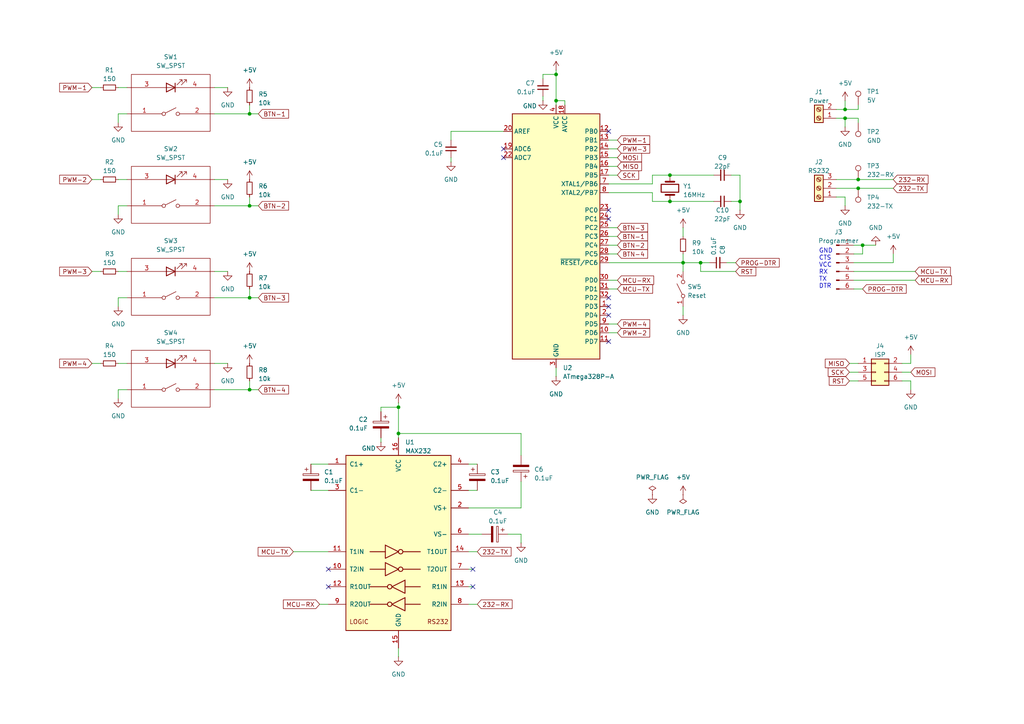
<source format=kicad_sch>
(kicad_sch (version 20231120) (generator "eeschema") (generator_version "8.0")
  (paper "A4")
  (title_block (title "TávirányítóSCH") (date "2023-10-18") (rev "2.2") (company "Schönherz Elektronikai Műhely") (comment 1 "Fábián Bence"))
  (lib_symbols
    (symbol "+5V_1" (power) (pin_numbers hide) (pin_names (offset 0) hide)
      (property "Value" "+5V" (at 0 3.556 0))
      (symbol "+5V_1_0_1"
        (polyline (pts (xy -0.762 1.27) (xy 0 2.54)))
        (polyline (pts (xy 0 0) (xy 0 2.54)))
        (polyline (pts (xy 0 2.54) (xy 0.762 1.27)))
      )
      (symbol "+5V_1_1_1"
        (pin power_in line (at 0 0 90) (length 0) (name "~") (number "1"))
      )
    )
    (symbol "Connector:Conn_01x06_Pin" (pin_names (offset 1.016) hide)
      (property "Reference" "J" (at 0 7.62 0))
      (property "Value" "Conn_01x06_Pin" (at 0 -10.16 0))
      (symbol "Conn_01x06_Pin_1_1"
        (polyline (pts (xy 1.27 -7.62) (xy 0.8636 -7.62)) (stroke (width 0.1524)))
        (polyline (pts (xy 1.27 -5.08) (xy 0.8636 -5.08)) (stroke (width 0.1524)))
        (polyline (pts (xy 1.27 -2.54) (xy 0.8636 -2.54)) (stroke (width 0.1524)))
        (polyline (pts (xy 1.27 0) (xy 0.8636 0)) (stroke (width 0.1524)))
        (polyline (pts (xy 1.27 2.54) (xy 0.8636 2.54)) (stroke (width 0.1524)))
        (polyline (pts (xy 1.27 5.08) (xy 0.8636 5.08)) (stroke (width 0.1524)))
        (rectangle (start 0.8636 -7.493) (end 0 -7.747) (stroke (width 0.1524)) (fill (type outline)))
        (rectangle (start 0.8636 -4.953) (end 0 -5.207) (stroke (width 0.1524)) (fill (type outline)))
        (rectangle (start 0.8636 -2.413) (end 0 -2.667) (stroke (width 0.1524)) (fill (type outline)))
        (rectangle (start 0.8636 0.127) (end 0 -0.127) (stroke (width 0.1524)) (fill (type outline)))
        (rectangle (start 0.8636 2.667) (end 0 2.413) (stroke (width 0.1524)) (fill (type outline)))
        (rectangle (start 0.8636 5.207) (end 0 4.953) (stroke (width 0.1524)) (fill (type outline)))
        (pin passive line (at 5.08 5.08 180) (length 3.81) (name "Pin_1") (number "1"))
        (pin passive line (at 5.08 2.54 180) (length 3.81) (name "Pin_2") (number "2"))
        (pin passive line (at 5.08 0 180) (length 3.81) (name "Pin_3") (number "3"))
        (pin passive line (at 5.08 -2.54 180) (length 3.81) (name "Pin_4") (number "4"))
        (pin passive line (at 5.08 -5.08 180) (length 3.81) (name "Pin_5") (number "5"))
        (pin passive line (at 5.08 -7.62 180) (length 3.81) (name "Pin_6") (number "6"))
      )
    )
    (symbol "Connector:Screw_Terminal_01x02" (pin_names (offset 1.016) hide)
      (property "Reference" "J" (at 0 2.54 0))
      (property "Value" "Screw_Terminal_01x02" (at 0 -5.08 0))
      (symbol "Screw_Terminal_01x02_1_1"
        (rectangle (start -1.27 1.27) (end 1.27 -3.81) (stroke (width 0.254)) (fill (type background)))
        (circle (center 0 -2.54) (radius 0.635) (stroke (width 0.1524)))
        (polyline (pts (xy -0.5334 -2.2098) (xy 0.3302 -3.048)) (stroke (width 0.1524)))
        (polyline (pts (xy -0.5334 0.3302) (xy 0.3302 -0.508)) (stroke (width 0.1524)))
        (polyline (pts (xy -0.3556 -2.032) (xy 0.508 -2.8702)) (stroke (width 0.1524)))
        (polyline (pts (xy -0.3556 0.508) (xy 0.508 -0.3302)) (stroke (width 0.1524)))
        (circle (center 0 0) (radius 0.635) (stroke (width 0.1524)))
        (pin passive line (at -5.08 0 0) (length 3.81) (name "Pin_1") (number "1"))
        (pin passive line (at -5.08 -2.54 0) (length 3.81) (name "Pin_2") (number "2"))
      )
    )
    (symbol "Connector:Screw_Terminal_01x03" (pin_names (offset 1.016) hide)
      (property "Reference" "J" (at 0 5.08 0))
      (property "Value" "Screw_Terminal_01x03" (at 0 -5.08 0))
      (symbol "Screw_Terminal_01x03_1_1"
        (rectangle (start -1.27 3.81) (end 1.27 -3.81) (stroke (width 0.254)) (fill (type background)))
        (circle (center 0 -2.54) (radius 0.635) (stroke (width 0.1524)))
        (polyline (pts (xy -0.5334 -2.2098) (xy 0.3302 -3.048)) (stroke (width 0.1524)))
        (polyline (pts (xy -0.5334 0.3302) (xy 0.3302 -0.508)) (stroke (width 0.1524)))
        (polyline (pts (xy -0.5334 2.8702) (xy 0.3302 2.032)) (stroke (width 0.1524)))
        (polyline (pts (xy -0.3556 -2.032) (xy 0.508 -2.8702)) (stroke (width 0.1524)))
        (polyline (pts (xy -0.3556 0.508) (xy 0.508 -0.3302)) (stroke (width 0.1524)))
        (polyline (pts (xy -0.3556 3.048) (xy 0.508 2.2098)) (stroke (width 0.1524)))
        (circle (center 0 0) (radius 0.635) (stroke (width 0.1524)))
        (circle (center 0 2.54) (radius 0.635) (stroke (width 0.1524)))
        (pin passive line (at -5.08 2.54 0) (length 3.81) (name "Pin_1") (number "1"))
        (pin passive line (at -5.08 0 0) (length 3.81) (name "Pin_2") (number "2"))
        (pin passive line (at -5.08 -2.54 0) (length 3.81) (name "Pin_3") (number "3"))
      )
    )
    (symbol "Connector:TestPoint" (pin_numbers hide) (pin_names (offset 0.762) hide)
      (property "Reference" "TP" (at 0 6.858 0))
      (property "Value" "TestPoint" (at 0 5.08 0))
      (symbol "TestPoint_0_1"
        (circle (center 0 3.302) (radius 0.762))
      )
      (symbol "TestPoint_1_1"
        (pin passive line (at 0 0 90) (length 2.54) (name "1") (number "1"))
      )
    )
    (symbol "Connector_Generic:Conn_02x03_Odd_Even" (pin_names (offset 1.016) hide)
      (property "Reference" "J" (at 1.27 5.08 0))
      (property "Value" "Conn_02x03_Odd_Even" (at 1.27 -5.08 0))
      (symbol "Conn_02x03_Odd_Even_1_1"
        (rectangle (start -1.27 -2.413) (end 0 -2.667) (stroke (width 0.1524)))
        (rectangle (start -1.27 0.127) (end 0 -0.127) (stroke (width 0.1524)))
        (rectangle (start -1.27 2.667) (end 0 2.413) (stroke (width 0.1524)))
        (rectangle (start -1.27 3.81) (end 3.81 -3.81) (stroke (width 0.254)) (fill (type background)))
        (rectangle (start 3.81 -2.413) (end 2.54 -2.667) (stroke (width 0.1524)))
        (rectangle (start 3.81 0.127) (end 2.54 -0.127) (stroke (width 0.1524)))
        (rectangle (start 3.81 2.667) (end 2.54 2.413) (stroke (width 0.1524)))
        (pin passive line (at -5.08 2.54 0) (length 3.81) (name "Pin_1") (number "1"))
        (pin passive line (at 7.62 2.54 180) (length 3.81) (name "Pin_2") (number "2"))
        (pin passive line (at -5.08 0 0) (length 3.81) (name "Pin_3") (number "3"))
        (pin passive line (at 7.62 0 180) (length 3.81) (name "Pin_4") (number "4"))
        (pin passive line (at -5.08 -2.54 0) (length 3.81) (name "Pin_5") (number "5"))
        (pin passive line (at 7.62 -2.54 180) (length 3.81) (name "Pin_6") (number "6"))
      )
    )
    (symbol "Device:C_Polarized" (pin_numbers hide) (pin_names (offset 0.254))
      (property "Reference" "C" (at 0.635 2.54 0))
      (property "Value" "C_Polarized" (at 0.635 -2.54 0))
      (symbol "C_Polarized_0_1"
        (rectangle (start -2.286 0.508) (end 2.286 1.016))
        (polyline (pts (xy -1.778 2.286) (xy -0.762 2.286)))
        (polyline (pts (xy -1.27 2.794) (xy -1.27 1.778)))
        (rectangle (start 2.286 -0.508) (end -2.286 -1.016) (fill (type outline)))
      )
      (symbol "C_Polarized_1_1"
        (pin passive line (at 0 3.81 270) (length 2.794) (name "~") (number "1"))
        (pin passive line (at 0 -3.81 90) (length 2.794) (name "~") (number "2"))
      )
    )
    (symbol "Device:C_Small" (pin_numbers hide) (pin_names (offset 0.254) hide)
      (property "Reference" "C" (at 0.254 1.778 0))
      (property "Value" "C_Small" (at 0.254 -2.032 0))
      (symbol "C_Small_0_1"
        (polyline (pts (xy -1.524 -0.508) (xy 1.524 -0.508)) (stroke (width 0.3302)))
        (polyline (pts (xy -1.524 0.508) (xy 1.524 0.508)) (stroke (width 0.3048)))
      )
      (symbol "C_Small_1_1"
        (pin passive line (at 0 2.54 270) (length 2.032) (name "~") (number "1"))
        (pin passive line (at 0 -2.54 90) (length 2.032) (name "~") (number "2"))
      )
    )
    (symbol "Device:Crystal" (pin_numbers hide) (pin_names (offset 1.016) hide)
      (property "Reference" "Y" (at 0 3.81 0))
      (property "Value" "Crystal" (at 0 -3.81 0))
      (symbol "Crystal_0_1"
        (rectangle (start -1.143 2.54) (end 1.143 -2.54) (stroke (width 0.3048)))
        (polyline (pts (xy -2.54 0) (xy -1.905 0)))
        (polyline (pts (xy -1.905 -1.27) (xy -1.905 1.27)) (stroke (width 0.508)))
        (polyline (pts (xy 1.905 -1.27) (xy 1.905 1.27)) (stroke (width 0.508)))
        (polyline (pts (xy 2.54 0) (xy 1.905 0)))
      )
      (symbol "Crystal_1_1"
        (pin passive line (at -3.81 0 0) (length 1.27) (name "1") (number "1"))
        (pin passive line (at 3.81 0 180) (length 1.27) (name "2") (number "2"))
      )
    )
    (symbol "Device:R_Small" (pin_numbers hide) (pin_names (offset 0.254) hide)
      (property "Reference" "R" (at 0.762 0.508 0))
      (property "Value" "R_Small" (at 0.762 -1.016 0))
      (symbol "R_Small_0_1"
        (rectangle (start -0.762 1.778) (end 0.762 -1.778) (stroke (width 0.2032)))
      )
      (symbol "R_Small_1_1"
        (pin passive line (at 0 2.54 270) (length 0.762) (name "~") (number "1"))
        (pin passive line (at 0 -2.54 90) (length 0.762) (name "~") (number "2"))
      )
    )
    (symbol "GND_1" (power) (pin_numbers hide) (pin_names (offset 0) hide)
      (property "Value" "GND" (at 0 -3.81 0))
      (symbol "GND_1_0_1"
        (polyline (pts (xy 0 0) (xy 0 -1.27) (xy 1.27 -1.27) (xy 0 -2.54) (xy -1.27 -1.27) (xy 0 -1.27)))
      )
      (symbol "GND_1_1_1"
        (pin power_in line (at 0 0 270) (length 0) (name "~") (number "1"))
      )
    )
    (symbol "Interface_UART:MAX232" (pin_names (offset 1.016))
      (property "Reference" "U" (at -2.54 28.575 0))
      (property "Value" "MAX232" (at -2.54 26.67 0))
      (symbol "MAX232_0_0"
        (text "LOGIC" (at -11.43 -22.86 0) (effects (font (size 1.27 1.27))))
        (text "RS232" (at 11.43 -22.86 0) (effects (font (size 1.27 1.27))))
      )
      (symbol "MAX232_0_1"
        (rectangle (start -15.24 -25.4) (end 15.24 25.4) (stroke (width 0.254)) (fill (type background)))
        (circle (center -2.54 -17.78) (radius 0.635) (stroke (width 0.254)))
        (circle (center -2.54 -12.7) (radius 0.635) (stroke (width 0.254)))
        (polyline (pts (xy -3.81 -7.62) (xy -8.255 -7.62)) (stroke (width 0.254)))
        (polyline (pts (xy -3.81 -2.54) (xy -8.255 -2.54)) (stroke (width 0.254)))
        (polyline (pts (xy -3.175 -17.78) (xy -8.255 -17.78)) (stroke (width 0.254)))
        (polyline (pts (xy -3.175 -12.7) (xy -8.255 -12.7)) (stroke (width 0.254)))
        (polyline (pts (xy 1.27 -7.62) (xy 6.35 -7.62)) (stroke (width 0.254)))
        (polyline (pts (xy 1.27 -2.54) (xy 6.35 -2.54)) (stroke (width 0.254)))
        (polyline (pts (xy 1.905 -17.78) (xy 6.35 -17.78)) (stroke (width 0.254)))
        (polyline (pts (xy 1.905 -12.7) (xy 6.35 -12.7)) (stroke (width 0.254)))
        (polyline (pts (xy -3.81 -5.715) (xy -3.81 -9.525) (xy 0 -7.62) (xy -3.81 -5.715)) (stroke (width 0.254)))
        (polyline (pts (xy -3.81 -0.635) (xy -3.81 -4.445) (xy 0 -2.54) (xy -3.81 -0.635)) (stroke (width 0.254)))
        (polyline (pts (xy 1.905 -15.875) (xy 1.905 -19.685) (xy -1.905 -17.78) (xy 1.905 -15.875)) (stroke (width 0.254)))
        (polyline (pts (xy 1.905 -10.795) (xy 1.905 -14.605) (xy -1.905 -12.7) (xy 1.905 -10.795)) (stroke (width 0.254)))
        (circle (center 0.635 -7.62) (radius 0.635) (stroke (width 0.254)))
        (circle (center 0.635 -2.54) (radius 0.635) (stroke (width 0.254)))
      )
      (symbol "MAX232_1_1"
        (pin passive line (at -20.32 22.86 0) (length 5.08) (name "C1+") (number "1"))
        (pin input line (at -20.32 -7.62 0) (length 5.08) (name "T2IN") (number "10"))
        (pin input line (at -20.32 -2.54 0) (length 5.08) (name "T1IN") (number "11"))
        (pin output line (at -20.32 -12.7 0) (length 5.08) (name "R1OUT") (number "12"))
        (pin input line (at 20.32 -12.7 180) (length 5.08) (name "R1IN") (number "13"))
        (pin output line (at 20.32 -2.54 180) (length 5.08) (name "T1OUT") (number "14"))
        (pin power_in line (at 0 -30.48 90) (length 5.08) (name "GND") (number "15"))
        (pin power_in line (at 0 30.48 270) (length 5.08) (name "VCC") (number "16"))
        (pin power_out line (at 20.32 10.16 180) (length 5.08) (name "VS+") (number "2"))
        (pin passive line (at -20.32 15.24 0) (length 5.08) (name "C1-") (number "3"))
        (pin passive line (at 20.32 22.86 180) (length 5.08) (name "C2+") (number "4"))
        (pin passive line (at 20.32 15.24 180) (length 5.08) (name "C2-") (number "5"))
        (pin power_out line (at 20.32 2.54 180) (length 5.08) (name "VS-") (number "6"))
        (pin output line (at 20.32 -7.62 180) (length 5.08) (name "T2OUT") (number "7"))
        (pin input line (at 20.32 -17.78 180) (length 5.08) (name "R2IN") (number "8"))
        (pin output line (at -20.32 -17.78 0) (length 5.08) (name "R2OUT") (number "9"))
      )
    )
    (symbol "MCU_Microchip_ATmega:ATmega328P-A"
      (property "Reference" "U" (at -12.7 36.83 0))
      (property "Value" "ATmega328P-A" (at 2.54 -36.83 0))
      (symbol "ATmega328P-A_0_1"
        (rectangle (start -12.7 -35.56) (end 12.7 35.56) (stroke (width 0.254)) (fill (type background)))
      )
      (symbol "ATmega328P-A_1_1"
        (pin bidirectional line (at 15.24 -20.32 180) (length 2.54) (name "PD3") (number "1"))
        (pin bidirectional line (at 15.24 -27.94 180) (length 2.54) (name "PD6") (number "10"))
        (pin bidirectional line (at 15.24 -30.48 180) (length 2.54) (name "PD7") (number "11"))
        (pin bidirectional line (at 15.24 30.48 180) (length 2.54) (name "PB0") (number "12"))
        (pin bidirectional line (at 15.24 27.94 180) (length 2.54) (name "PB1") (number "13"))
        (pin bidirectional line (at 15.24 25.4 180) (length 2.54) (name "PB2") (number "14"))
        (pin bidirectional line (at 15.24 22.86 180) (length 2.54) (name "PB3") (number "15"))
        (pin bidirectional line (at 15.24 20.32 180) (length 2.54) (name "PB4") (number "16"))
        (pin bidirectional line (at 15.24 17.78 180) (length 2.54) (name "PB5") (number "17"))
        (pin power_in line (at 2.54 38.1 270) (length 2.54) (name "AVCC") (number "18"))
        (pin input line (at -15.24 25.4 0) (length 2.54) (name "ADC6") (number "19"))
        (pin bidirectional line (at 15.24 -22.86 180) (length 2.54) (name "PD4") (number "2"))
        (pin passive line (at -15.24 30.48 0) (length 2.54) (name "AREF") (number "20"))
        (pin passive line (at 0 -38.1 90) (length 2.54) hide (name "GND") (number "21"))
        (pin input line (at -15.24 22.86 0) (length 2.54) (name "ADC7") (number "22"))
        (pin bidirectional line (at 15.24 7.62 180) (length 2.54) (name "PC0") (number "23"))
        (pin bidirectional line (at 15.24 5.08 180) (length 2.54) (name "PC1") (number "24"))
        (pin bidirectional line (at 15.24 2.54 180) (length 2.54) (name "PC2") (number "25"))
        (pin bidirectional line (at 15.24 0 180) (length 2.54) (name "PC3") (number "26"))
        (pin bidirectional line (at 15.24 -2.54 180) (length 2.54) (name "PC4") (number "27"))
        (pin bidirectional line (at 15.24 -5.08 180) (length 2.54) (name "PC5") (number "28"))
        (pin bidirectional line (at 15.24 -7.62 180) (length 2.54) (name "~{RESET}/PC6") (number "29"))
        (pin power_in line (at 0 -38.1 90) (length 2.54) (name "GND") (number "3"))
        (pin bidirectional line (at 15.24 -12.7 180) (length 2.54) (name "PD0") (number "30"))
        (pin bidirectional line (at 15.24 -15.24 180) (length 2.54) (name "PD1") (number "31"))
        (pin bidirectional line (at 15.24 -17.78 180) (length 2.54) (name "PD2") (number "32"))
        (pin power_in line (at 0 38.1 270) (length 2.54) (name "VCC") (number "4"))
        (pin passive line (at 0 -38.1 90) (length 2.54) hide (name "GND") (number "5"))
        (pin passive line (at 0 38.1 270) (length 2.54) hide (name "VCC") (number "6"))
        (pin bidirectional line (at 15.24 15.24 180) (length 2.54) (name "XTAL1/PB6") (number "7"))
        (pin bidirectional line (at 15.24 12.7 180) (length 2.54) (name "XTAL2/PB7") (number "8"))
        (pin bidirectional line (at 15.24 -25.4 180) (length 2.54) (name "PD5") (number "9"))
      )
    )
    (symbol "Switch:SW_SPST" (pin_names (offset 0) hide)
      (property "Reference" "SW" (at 0 3.175 0))
      (property "Value" "SW_SPST" (at 0 -2.54 0))
      (symbol "SW_SPST_0_0"
        (circle (center -2.032 0) (radius 0.508))
        (polyline (pts (xy -1.524 0.254) (xy 1.524 1.778)))
        (circle (center 2.032 0) (radius 0.508))
      )
      (symbol "SW_SPST_1_1"
        (pin passive line (at -5.08 0 0) (length 2.54) (name "A") (number "1"))
        (pin passive line (at 5.08 0 180) (length 2.54) (name "B") (number "2"))
      )
    )
    (symbol "ledbtn:Marquardt" (pin_names (offset 0) hide)
      (property "Reference" "SW" (at 0 12.7 0))
      (property "Value" "SW_SPST" (at 0 -3.81 0))
      (symbol "Marquardt_0_0"
        (circle (center -2.032 0) (radius 0.508))
        (polyline (pts (xy -1.524 0.254) (xy 1.524 1.778)))
        (circle (center 2.032 0) (radius 0.508))
      )
      (symbol "Marquardt_0_1"
        (rectangle (start -11.43 11.43) (end 11.43 -5.08))
        (polyline (pts (xy 1.27 7.62) (xy -1.27 7.62)))
        (polyline (pts (xy 1.27 8.89) (xy 1.27 6.35)) (stroke (width 0.254)))
        (polyline (pts (xy -1.27 8.89) (xy -1.27 6.35) (xy 1.27 7.62) (xy -1.27 8.89)) (stroke (width 0.254)))
        (polyline (pts (xy 1.778 8.382) (xy 3.302 9.906) (xy 2.54 9.906) (xy 3.302 9.906) (xy 3.302 9.144)))
        (polyline (pts (xy 3.048 8.382) (xy 4.572 9.906) (xy 3.81 9.906) (xy 4.572 9.906) (xy 4.572 9.144)))
      )
      (symbol "Marquardt_1_1"
        (pin passive line (at -12.7 0 0) (length 10.16) (name "A") (number "1"))
        (pin passive line (at 12.7 0 180) (length 10.16) (name "B") (number "2"))
        (pin passive line (at -12.7 7.62 0) (length 11.43) (name "A") (number "3"))
        (pin passive line (at 12.7 7.62 180) (length 11.43) (name "K") (number "4"))
      )
    )
    (symbol "power:PWR_FLAG" (power) (pin_numbers hide) (pin_names (offset 0) hide)
      (property "Value" "PWR_FLAG" (at 0 3.81 0))
      (symbol "PWR_FLAG_0_0"
        (pin power_out line (at 0 0 90) (length 0) (name "~") (number "1"))
      )
      (symbol "PWR_FLAG_0_1"
        (polyline (pts (xy 0 0) (xy 0 1.27) (xy -1.016 1.905) (xy 0 2.54) (xy 1.016 1.905) (xy 0 1.27)))
      )
    )
  )
  (junction (at 245.11 34.29))
  (junction (at 248.92 54.61))
  (junction (at 194.31 50.8))
  (junction (at 214.63 58.42))
  (junction (at 115.57 125.73))
  (junction (at 250.19 71.12))
  (junction (at 115.57 118.11))
  (junction (at 72.39 86.36))
  (junction (at 203.2 76.2))
  (junction (at 198.12 76.2))
  (junction (at 248.92 52.07))
  (junction (at 72.39 33.02))
  (junction (at 161.29 21.59))
  (junction (at 245.11 31.75))
  (junction (at 72.39 59.69))
  (junction (at 194.31 58.42))
  (junction (at 161.29 29.21))
  (junction (at 72.39 113.03))
  (no_connect (at 95.25 170.18))
  (no_connect (at 176.53 91.44))
  (no_connect (at 176.53 38.1))
  (no_connect (at 137.16 170.18))
  (no_connect (at 146.05 45.72))
  (no_connect (at 146.05 43.18))
  (no_connect (at 176.53 88.9))
  (no_connect (at 95.25 165.1))
  (no_connect (at 176.53 86.36))
  (no_connect (at 176.53 63.5))
  (no_connect (at 176.53 99.06))
  (no_connect (at 137.16 165.1))
  (no_connect (at 176.53 60.96))
  (wire (pts (xy 176.53 83.82) (xy 179.07 83.82)))
  (wire (pts (xy 214.63 58.42) (xy 212.09 58.42)))
  (wire (pts (xy 242.57 31.75) (xy 245.11 31.75)))
  (wire (pts (xy 115.57 125.73) (xy 115.57 127)))
  (wire (pts (xy 176.53 50.8) (xy 179.07 50.8)))
  (wire (pts (xy 261.62 105.41) (xy 264.16 105.41)))
  (wire (pts (xy 34.29 62.23) (xy 34.29 59.69)))
  (wire (pts (xy 248.92 54.61) (xy 259.08 54.61)))
  (wire (pts (xy 247.65 83.82) (xy 250.19 83.82)))
  (wire (pts (xy 72.39 57.15) (xy 72.39 59.69)))
  (wire (pts (xy 198.12 88.9) (xy 198.12 91.44)))
  (wire (pts (xy 176.53 96.52) (xy 179.07 96.52)))
  (wire (pts (xy 248.92 34.29) (xy 245.11 34.29)))
  (wire (pts (xy 163.83 29.21) (xy 161.29 29.21)))
  (wire (pts (xy 130.81 45.72) (xy 130.81 46.99)))
  (wire (pts (xy 72.39 110.49) (xy 72.39 113.03)))
  (wire (pts (xy 176.53 66.04) (xy 179.07 66.04)))
  (wire (pts (xy 34.29 52.07) (xy 36.83 52.07)))
  (wire (pts (xy 264.16 110.49) (xy 264.16 113.03)))
  (wire (pts (xy 115.57 125.73) (xy 151.13 125.73)))
  (wire (pts (xy 259.08 76.2) (xy 247.65 76.2)))
  (wire (pts (xy 34.29 86.36) (xy 36.83 86.36)))
  (wire (pts (xy 135.89 142.24) (xy 138.43 142.24)))
  (wire (pts (xy 242.57 54.61) (xy 248.92 54.61)))
  (wire (pts (xy 245.11 31.75) (xy 248.92 31.75)))
  (wire (pts (xy 161.29 29.21) (xy 161.29 30.48)))
  (wire (pts (xy 62.23 105.41) (xy 66.04 105.41)))
  (wire (pts (xy 242.57 57.15) (xy 245.11 57.15)))
  (wire (pts (xy 176.53 45.72) (xy 179.07 45.72)))
  (wire (pts (xy 248.92 31.75) (xy 248.92 30.48)))
  (wire (pts (xy 26.67 25.4) (xy 29.21 25.4)))
  (wire (pts (xy 246.38 105.41) (xy 248.92 105.41)))
  (wire (pts (xy 176.53 71.12) (xy 179.07 71.12)))
  (wire (pts (xy 115.57 187.96) (xy 115.57 190.5)))
  (wire (pts (xy 62.23 86.36) (xy 72.39 86.36)))
  (wire (pts (xy 157.48 27.94) (xy 157.48 29.21)))
  (wire (pts (xy 214.63 58.42) (xy 214.63 60.96)))
  (wire (pts (xy 242.57 34.29) (xy 245.11 34.29)))
  (wire (pts (xy 210.82 76.2) (xy 213.36 76.2)))
  (wire (pts (xy 161.29 106.68) (xy 161.29 109.22)))
  (wire (pts (xy 176.53 76.2) (xy 198.12 76.2)))
  (wire (pts (xy 34.29 78.74) (xy 36.83 78.74)))
  (wire (pts (xy 62.23 33.02) (xy 72.39 33.02)))
  (wire (pts (xy 85.09 160.02) (xy 95.25 160.02)))
  (wire (pts (xy 189.23 53.34) (xy 189.23 50.8)))
  (wire (pts (xy 189.23 58.42) (xy 194.31 58.42)))
  (wire (pts (xy 259.08 73.66) (xy 259.08 76.2)))
  (wire (pts (xy 151.13 157.48) (xy 151.13 154.94)))
  (wire (pts (xy 198.12 78.74) (xy 198.12 76.2)))
  (wire (pts (xy 62.23 78.74) (xy 66.04 78.74)))
  (wire (pts (xy 26.67 52.07) (xy 29.21 52.07)))
  (wire (pts (xy 247.65 71.12) (xy 250.19 71.12)))
  (wire (pts (xy 247.65 78.74) (xy 265.43 78.74)))
  (wire (pts (xy 176.53 40.64) (xy 179.07 40.64)))
  (wire (pts (xy 115.57 116.84) (xy 115.57 118.11)))
  (wire (pts (xy 246.38 107.95) (xy 248.92 107.95)))
  (wire (pts (xy 176.53 43.18) (xy 179.07 43.18)))
  (wire (pts (xy 34.29 35.56) (xy 34.29 33.02)))
  (wire (pts (xy 72.39 30.48) (xy 72.39 33.02)))
  (wire (pts (xy 72.39 113.03) (xy 74.93 113.03)))
  (wire (pts (xy 189.23 50.8) (xy 194.31 50.8)))
  (wire (pts (xy 72.39 59.69) (xy 74.93 59.69)))
  (wire (pts (xy 176.53 73.66) (xy 179.07 73.66)))
  (wire (pts (xy 34.29 88.9) (xy 34.29 86.36)))
  (wire (pts (xy 62.23 52.07) (xy 66.04 52.07)))
  (wire (pts (xy 250.19 71.12) (xy 250.19 73.66)))
  (wire (pts (xy 242.57 52.07) (xy 248.92 52.07)))
  (wire (pts (xy 163.83 30.48) (xy 163.83 29.21)))
  (wire (pts (xy 203.2 78.74) (xy 203.2 76.2)))
  (wire (pts (xy 34.29 59.69) (xy 36.83 59.69)))
  (wire (pts (xy 110.49 127) (xy 110.49 128.27)))
  (wire (pts (xy 34.29 113.03) (xy 36.83 113.03)))
  (wire (pts (xy 213.36 78.74) (xy 203.2 78.74)))
  (wire (pts (xy 34.29 25.4) (xy 36.83 25.4)))
  (wire (pts (xy 92.71 175.26) (xy 95.25 175.26)))
  (wire (pts (xy 247.65 81.28) (xy 265.43 81.28)))
  (wire (pts (xy 246.38 110.49) (xy 248.92 110.49)))
  (wire (pts (xy 176.53 48.26) (xy 179.07 48.26)))
  (wire (pts (xy 135.89 175.26) (xy 138.43 175.26)))
  (wire (pts (xy 72.39 33.02) (xy 74.93 33.02)))
  (wire (pts (xy 198.12 76.2) (xy 203.2 76.2)))
  (wire (pts (xy 34.29 115.57) (xy 34.29 113.03)))
  (wire (pts (xy 62.23 113.03) (xy 72.39 113.03)))
  (wire (pts (xy 151.13 139.7) (xy 151.13 147.32)))
  (wire (pts (xy 198.12 66.04) (xy 198.12 68.58)))
  (wire (pts (xy 250.19 71.12) (xy 254 71.12)))
  (wire (pts (xy 115.57 118.11) (xy 115.57 125.73)))
  (wire (pts (xy 198.12 73.66) (xy 198.12 76.2)))
  (wire (pts (xy 261.62 110.49) (xy 264.16 110.49)))
  (wire (pts (xy 146.05 38.1) (xy 130.81 38.1)))
  (wire (pts (xy 147.32 154.94) (xy 151.13 154.94)))
  (wire (pts (xy 115.57 118.11) (xy 110.49 118.11)))
  (wire (pts (xy 161.29 21.59) (xy 161.29 29.21)))
  (wire (pts (xy 212.09 50.8) (xy 214.63 50.8)))
  (wire (pts (xy 90.17 142.24) (xy 95.25 142.24)))
  (wire (pts (xy 72.39 83.82) (xy 72.39 86.36)))
  (wire (pts (xy 176.53 81.28) (xy 179.07 81.28)))
  (wire (pts (xy 135.89 147.32) (xy 151.13 147.32)))
  (wire (pts (xy 62.23 59.69) (xy 72.39 59.69)))
  (wire (pts (xy 176.53 93.98) (xy 179.07 93.98)))
  (wire (pts (xy 135.89 170.18) (xy 137.16 170.18)))
  (wire (pts (xy 110.49 118.11) (xy 110.49 119.38)))
  (wire (pts (xy 135.89 154.94) (xy 139.7 154.94)))
  (wire (pts (xy 161.29 20.32) (xy 161.29 21.59)))
  (wire (pts (xy 90.17 134.62) (xy 95.25 134.62)))
  (wire (pts (xy 250.19 73.66) (xy 247.65 73.66)))
  (wire (pts (xy 248.92 35.56) (xy 248.92 34.29)))
  (wire (pts (xy 72.39 86.36) (xy 74.93 86.36)))
  (wire (pts (xy 157.48 21.59) (xy 157.48 22.86)))
  (wire (pts (xy 245.11 34.29) (xy 245.11 36.83)))
  (wire (pts (xy 203.2 76.2) (xy 205.74 76.2)))
  (wire (pts (xy 34.29 33.02) (xy 36.83 33.02)))
  (wire (pts (xy 34.29 105.41) (xy 36.83 105.41)))
  (wire (pts (xy 161.29 21.59) (xy 157.48 21.59)))
  (wire (pts (xy 151.13 125.73) (xy 151.13 132.08)))
  (wire (pts (xy 26.67 78.74) (xy 29.21 78.74)))
  (wire (pts (xy 135.89 134.62) (xy 138.43 134.62)))
  (wire (pts (xy 176.53 53.34) (xy 189.23 53.34)))
  (wire (pts (xy 194.31 50.8) (xy 207.01 50.8)))
  (wire (pts (xy 245.11 31.75) (xy 245.11 29.21)))
  (wire (pts (xy 194.31 58.42) (xy 207.01 58.42)))
  (wire (pts (xy 189.23 58.42) (xy 189.23 55.88)))
  (wire (pts (xy 248.92 52.07) (xy 259.08 52.07)))
  (wire (pts (xy 62.23 25.4) (xy 66.04 25.4)))
  (wire (pts (xy 26.67 105.41) (xy 29.21 105.41)))
  (wire (pts (xy 189.23 55.88) (xy 176.53 55.88)))
  (wire (pts (xy 176.53 68.58) (xy 179.07 68.58)))
  (wire (pts (xy 135.89 160.02) (xy 138.43 160.02)))
  (wire (pts (xy 261.62 107.95) (xy 264.16 107.95)))
  (wire (pts (xy 135.89 165.1) (xy 137.16 165.1)))
  (wire (pts (xy 214.63 50.8) (xy 214.63 58.42)))
  (wire (pts (xy 130.81 38.1) (xy 130.81 40.64)))
  (wire (pts (xy 245.11 57.15) (xy 245.11 59.69)))
  (wire (pts (xy 264.16 102.87) (xy 264.16 105.41)))
  (text "GND\nCTS\nVCC\nRX\nTX\nDTR" (at 237.49 83.82 0) (effects (font (size 1.27 1.27)) (justify left bottom)))
  (global_label "MCU-TX" (shape input) (at 179.07 83.82 0) (property "Intersheetrefs" "${INTERSHEET_REFS}" (effects (hide yes))))
  (global_label "PWM-3" (shape input) (at 26.67 78.74 180) (property "Intersheetrefs" "${INTERSHEET_REFS}" (effects (hide yes))))
  (global_label "PWM-4" (shape input) (at 26.67 105.41 180) (property "Intersheetrefs" "${INTERSHEET_REFS}" (effects (hide yes))))
  (global_label "MCU-TX" (shape input) (at 85.09 160.02 180) (property "Intersheetrefs" "${INTERSHEET_REFS}" (effects (hide yes))))
  (global_label "MCU-RX" (shape input) (at 92.71 175.26 180) (property "Intersheetrefs" "${INTERSHEET_REFS}" (effects (hide yes))))
  (global_label "232-TX" (shape input) (at 259.08 54.61 0) (property "Intersheetrefs" "${INTERSHEET_REFS}" (effects (hide yes))))
  (global_label "MOSI" (shape input) (at 179.07 45.72 0) (property "Intersheetrefs" "${INTERSHEET_REFS}" (effects (hide yes))))
  (global_label "SCK" (shape input) (at 179.07 50.8 0) (property "Intersheetrefs" "${INTERSHEET_REFS}" (effects (hide yes))))
  (global_label "PROG-DTR" (shape input) (at 213.36 76.2 0) (property "Intersheetrefs" "${INTERSHEET_REFS}" (effects (hide yes))))
  (global_label "MISO" (shape input) (at 246.38 105.41 180) (property "Intersheetrefs" "${INTERSHEET_REFS}" (effects (hide yes))))
  (global_label "232-TX" (shape input) (at 138.43 160.02 0) (property "Intersheetrefs" "${INTERSHEET_REFS}" (effects (hide yes))))
  (global_label "PWM-3" (shape input) (at 179.07 43.18 0) (property "Intersheetrefs" "${INTERSHEET_REFS}" (effects (hide yes))))
  (global_label "MISO" (shape input) (at 179.07 48.26 0) (property "Intersheetrefs" "${INTERSHEET_REFS}" (effects (hide yes))))
  (global_label "RST" (shape input) (at 213.36 78.74 0) (property "Intersheetrefs" "${INTERSHEET_REFS}" (effects (hide yes))))
  (global_label "MCU-TX" (shape input) (at 265.43 78.74 0) (property "Intersheetrefs" "${INTERSHEET_REFS}" (effects (hide yes))))
  (global_label "PWM-1" (shape input) (at 26.67 25.4 180) (property "Intersheetrefs" "${INTERSHEET_REFS}" (effects (hide yes))))
  (global_label "PWM-2" (shape input) (at 26.67 52.07 180) (property "Intersheetrefs" "${INTERSHEET_REFS}" (effects (hide yes))))
  (global_label "PWM-2" (shape input) (at 179.07 96.52 0) (property "Intersheetrefs" "${INTERSHEET_REFS}" (effects (hide yes))))
  (global_label "BTN-3" (shape input) (at 74.93 86.36 0) (property "Intersheetrefs" "${INTERSHEET_REFS}" (effects (hide yes))))
  (global_label "BTN-4" (shape input) (at 74.93 113.03 0) (property "Intersheetrefs" "${INTERSHEET_REFS}" (effects (hide yes))))
  (global_label "MOSI" (shape input) (at 264.16 107.95 0) (property "Intersheetrefs" "${INTERSHEET_REFS}" (effects (hide yes))))
  (global_label "BTN-3" (shape input) (at 179.07 66.04 0) (property "Intersheetrefs" "${INTERSHEET_REFS}" (effects (hide yes))))
  (global_label "BTN-1" (shape input) (at 74.93 33.02 0) (property "Intersheetrefs" "${INTERSHEET_REFS}" (effects (hide yes))))
  (global_label "PROG-DTR" (shape input) (at 250.19 83.82 0) (property "Intersheetrefs" "${INTERSHEET_REFS}" (effects (hide yes))))
  (global_label "BTN-4" (shape input) (at 179.07 73.66 0) (property "Intersheetrefs" "${INTERSHEET_REFS}" (effects (hide yes))))
  (global_label "BTN-2" (shape input) (at 179.07 71.12 0) (property "Intersheetrefs" "${INTERSHEET_REFS}" (effects (hide yes))))
  (global_label "SCK" (shape input) (at 246.38 107.95 180) (property "Intersheetrefs" "${INTERSHEET_REFS}" (effects (hide yes))))
  (global_label "232-RX" (shape input) (at 138.43 175.26 0) (property "Intersheetrefs" "${INTERSHEET_REFS}" (effects (hide yes))))
  (global_label "PWM-1" (shape input) (at 179.07 40.64 0) (property "Intersheetrefs" "${INTERSHEET_REFS}" (effects (hide yes))))
  (global_label "RST" (shape input) (at 246.38 110.49 180) (property "Intersheetrefs" "${INTERSHEET_REFS}" (effects (hide yes))))
  (global_label "232-RX" (shape input) (at 259.08 52.07 0) (property "Intersheetrefs" "${INTERSHEET_REFS}" (effects (hide yes))))
  (global_label "BTN-2" (shape input) (at 74.93 59.69 0) (property "Intersheetrefs" "${INTERSHEET_REFS}" (effects (hide yes))))
  (global_label "PWM-4" (shape input) (at 179.07 93.98 0) (property "Intersheetrefs" "${INTERSHEET_REFS}" (effects (hide yes))))
  (global_label "BTN-1" (shape input) (at 179.07 68.58 0) (property "Intersheetrefs" "${INTERSHEET_REFS}" (effects (hide yes))))
  (global_label "MCU-RX" (shape input) (at 265.43 81.28 0) (property "Intersheetrefs" "${INTERSHEET_REFS}" (effects (hide yes))))
  (global_label "MCU-RX" (shape input) (at 179.07 81.28 0) (property "Intersheetrefs" "${INTERSHEET_REFS}" (effects (hide yes))))
  (symbol (lib_name "GND_1") (lib_id "power:GND") (at 214.63 60.96 0) (unit 1)
    (property "Reference" "#PWR019" (effects (hide yes)))
    (property "Value" "GND" (at 214.63 66.04 0))
    (property "Description" "Power symbol creates a global label with name \"GND\" , ground" (effects (hide yes)))
  )
  (symbol (lib_id "Connector:TestPoint") (at 248.92 35.56 180) (unit 1)
    (property "Reference" "TP2" (at 251.46 38.227 0) (effects (justify right)))
    (property "Value" "GND" (at 251.46 40.767 0) (effects (justify right)))
    (property "Footprint" "TestPoint:TestPoint_Pad_D2.5mm" (effects (hide yes)))
  )
  (symbol (lib_name "GND_1") (lib_id "power:GND") (at 66.04 25.4 0) (unit 1)
    (property "Reference" "#PWR01" (effects (hide yes)))
    (property "Value" "GND" (at 66.04 30.48 0))
    (property "Description" "Power symbol creates a global label with name \"GND\" , ground" (effects (hide yes)))
  )
  (symbol (lib_name "GND_1") (lib_id "power:GND") (at 34.29 35.56 0) (unit 1)
    (property "Reference" "#PWR05" (effects (hide yes)))
    (property "Value" "GND" (at 34.29 40.64 0))
    (property "Description" "Power symbol creates a global label with name \"GND\" , ground" (effects (hide yes)))
  )
  (symbol (lib_name "GND_1") (lib_id "power:GND") (at 130.81 46.99 0) (unit 1)
    (property "Reference" "#PWR022" (effects (hide yes)))
    (property "Value" "GND" (at 130.81 52.07 0))
    (property "Description" "Power symbol creates a global label with name \"GND\" , ground" (effects (hide yes)))
  )
  (symbol (lib_name "+5V_1") (lib_id "power:+5V") (at 72.39 52.07 0) (unit 1)
    (property "Reference" "#PWR09" (effects (hide yes)))
    (property "Value" "+5V" (at 72.39 46.99 0))
    (property "Description" "Power symbol creates a global label with name \"+5V\"" (effects (hide yes)))
  )
  (symbol (lib_name "+5V_1") (lib_id "power:+5V") (at 161.29 20.32 0) (unit 1)
    (property "Reference" "#PWR023" (effects (hide yes)))
    (property "Value" "+5V" (at 161.29 15.24 0))
    (property "Description" "Power symbol creates a global label with name \"+5V\"" (effects (hide yes)))
  )
  (symbol (lib_name "GND_1") (lib_id "power:GND") (at 245.11 36.83 0) (unit 1)
    (property "Reference" "#PWR025" (effects (hide yes)))
    (property "Value" "GND" (at 245.11 41.91 0))
    (property "Description" "Power symbol creates a global label with name \"GND\" , ground" (effects (hide yes)))
  )
  (symbol (lib_name "+5V_1") (lib_id "power:+5V") (at 72.39 105.41 0) (unit 1)
    (property "Reference" "#PWR011" (effects (hide yes)))
    (property "Value" "+5V" (at 72.39 100.33 0))
    (property "Description" "Power symbol creates a global label with name \"+5V\"" (effects (hide yes)))
  )
  (symbol (lib_id "Connector:TestPoint") (at 248.92 30.48 0) (unit 1)
    (property "Reference" "TP1" (at 251.46 26.543 0) (effects (justify left)))
    (property "Value" "5V" (at 251.46 29.083 0) (effects (justify left)))
    (property "Footprint" "TestPoint:TestPoint_Pad_D2.5mm" (effects (hide yes)))
  )
  (symbol (lib_name "GND_1") (lib_id "power:GND") (at 115.57 190.5 0) (unit 1)
    (property "Reference" "#PWR012" (effects (hide yes)))
    (property "Value" "GND" (at 115.57 195.58 0))
    (property "Description" "Power symbol creates a global label with name \"GND\" , ground" (effects (hide yes)))
  )
  (symbol (lib_name "GND_1") (lib_id "power:GND") (at 264.16 113.03 0) (unit 1)
    (property "Reference" "#PWR016" (effects (hide yes)))
    (property "Value" "GND" (at 264.16 118.11 0))
    (property "Description" "Power symbol creates a global label with name \"GND\" , ground" (effects (hide yes)))
  )
  (symbol (lib_id "Connector:Screw_Terminal_01x03") (at 237.49 54.61 180) (unit 1)
    (property "Reference" "J2" (at 237.49 46.99 0))
    (property "Value" "RS232" (at 237.49 49.53 0))
    (property "Footprint" "Connector_Phoenix_MC:PhoenixContact_MC_1,5_3-G-3.5_1x03_P3.50mm_Horizontal" (effects (hide yes)))
  )
  (symbol (lib_name "GND_1") (lib_id "power:GND") (at 34.29 88.9 0) (unit 1)
    (property "Reference" "#PWR03" (effects (hide yes)))
    (property "Value" "GND" (at 34.29 93.98 0))
    (property "Description" "Power symbol creates a global label with name \"GND\" , ground" (effects (hide yes)))
  )
  (symbol (lib_id "Device:R_Small") (at 72.39 107.95 180) (unit 1)
    (property "Reference" "R8" (at 74.93 107.315 0) (effects (justify right)))
    (property "Value" "10k" (at 74.93 109.855 0) (effects (justify right)))
    (property "Footprint" "Resistor_SMD:R_0805_2012Metric_Pad1.20x1.40mm_HandSolder" (effects (hide yes)))
  )
  (symbol (lib_id "Switch:SW_SPST") (at 198.12 83.82 90) (unit 1)
    (property "Reference" "SW5" (at 199.39 83.185 90) (effects (justify right)))
    (property "Value" "Reset" (at 199.39 85.725 90) (effects (justify right)))
    (property "Footprint" "Button_Switch_SMD:SW_Push_1P1T_NO_6x6mm_H9.5mm" (effects (hide yes)))
    (property "Lscs" "C255812" (effects (hide yes)))
  )
  (symbol (lib_id "Device:C_Polarized") (at 143.51 154.94 270) (unit 1)
    (property "Reference" "C4" (at 144.399 148.59 90))
    (property "Value" "0.1uF" (at 144.399 151.13 90))
    (property "Footprint" "Capacitor_SMD:C_0805_2012Metric_Pad1.18x1.45mm_HandSolder" (effects (hide yes)))
  )
  (symbol (lib_id "ledbtn:Marquardt") (at 49.53 33.02 0) (unit 1)
    (property "Reference" "SW1" (at 49.53 16.51 0))
    (property "Value" "SW_SPST" (at 49.53 19.05 0))
    (property "Description" "Single Pole Single Throw (SPST) switch" (effects (hide yes)))
  )
  (symbol (lib_id "Device:C_Small") (at 208.28 76.2 90) (unit 1)
    (property "Reference" "C8" (at 209.55 71.12 0) (effects (justify right)))
    (property "Value" "0.1uF" (at 207.01 68.58 0) (effects (justify right)))
    (property "Footprint" "Capacitor_SMD:C_0805_2012Metric_Pad1.18x1.45mm_HandSolder" (effects (hide yes)))
    (property "Lscs" "C6641151" (effects (hide yes)))
  )
  (symbol (lib_name "GND_1") (lib_id "power:GND") (at 110.49 128.27 0) (unit 1)
    (property "Reference" "#PWR017" (effects (hide yes)))
    (property "Value" "GND" (at 106.934 130.048 0))
    (property "Description" "Power symbol creates a global label with name \"GND\" , ground" (effects (hide yes)))
  )
  (symbol (lib_name "+5V_1") (lib_id "power:+5V") (at 72.39 78.74 0) (unit 1)
    (property "Reference" "#PWR010" (effects (hide yes)))
    (property "Value" "+5V" (at 72.39 73.66 0))
    (property "Description" "Power symbol creates a global label with name \"+5V\"" (effects (hide yes)))
  )
  (symbol (lib_id "Device:R_Small") (at 31.75 52.07 270) (unit 1)
    (property "Reference" "R2" (at 31.75 46.99 90))
    (property "Value" "150" (at 31.75 49.53 90))
    (property "Footprint" "Resistor_SMD:R_0805_2012Metric_Pad1.20x1.40mm_HandSolder" (effects (hide yes)))
  )
  (symbol (lib_name "GND_1") (lib_id "power:GND") (at 254 71.12 180) (unit 1)
    (property "Reference" "#PWR018" (effects (hide yes)))
    (property "Value" "GND" (at 254 66.04 0))
    (property "Description" "Power symbol creates a global label with name \"GND\" , ground" (effects (hide yes)))
  )
  (symbol (lib_name "GND_1") (lib_id "power:GND") (at 34.29 115.57 0) (unit 1)
    (property "Reference" "#PWR04" (effects (hide yes)))
    (property "Value" "GND" (at 34.29 120.65 0))
    (property "Description" "Power symbol creates a global label with name \"GND\" , ground" (effects (hide yes)))
  )
  (symbol (lib_id "Device:C_Small") (at 209.55 58.42 270) (unit 1)
    (property "Reference" "C10" (at 209.55 60.96 90))
    (property "Value" "22pF" (at 209.55 63.5 90))
    (property "Footprint" "Capacitor_SMD:C_0805_2012Metric_Pad1.18x1.45mm_HandSolder" (effects (hide yes)))
  )
  (symbol (lib_name "+5V_1") (lib_id "power:+5V") (at 198.12 66.04 0) (unit 1)
    (property "Reference" "#PWR028" (effects (hide yes)))
    (property "Value" "+5V" (at 198.12 60.96 0))
    (property "Description" "Power symbol creates a global label with name \"+5V\"" (effects (hide yes)))
  )
  (symbol (lib_id "Interface_UART:MAX232") (at 115.57 157.48 0) (unit 1)
    (property "Reference" "U1" (at 117.5259 128.27 0) (effects (justify left)))
    (property "Value" "MAX232" (at 117.5259 130.81 0) (effects (justify left)))
    (property "Footprint" "Package_SO:SOP-16_3.9x9.9mm_P1.27mm" (effects (hide yes)))
    (property "Datasheet" "http://www.ti.com/lit/ds/symlink/max232.pdf" (effects (hide yes)))
    (property "Lscs" "C519083" (effects (hide yes)))
  )
  (symbol (lib_id "Device:C_Polarized") (at 151.13 135.89 180) (unit 1)
    (property "Reference" "C6" (at 154.94 136.144 0) (effects (justify right)))
    (property "Value" "0.1uF" (at 154.94 138.684 0) (effects (justify right)))
    (property "Footprint" "Capacitor_SMD:C_0805_2012Metric_Pad1.18x1.45mm_HandSolder" (effects (hide yes)))
  )
  (symbol (lib_name "+5V_1") (lib_id "power:+5V") (at 245.11 29.21 0) (unit 1)
    (property "Reference" "#PWR024" (effects (hide yes)))
    (property "Value" "+5V" (at 245.11 24.13 0))
    (property "Description" "Power symbol creates a global label with name \"+5V\"" (effects (hide yes)))
  )
  (symbol (lib_name "GND_1") (lib_id "power:GND") (at 198.12 91.44 0) (unit 1)
    (property "Reference" "#PWR014" (effects (hide yes)))
    (property "Value" "GND" (at 198.12 96.52 0))
    (property "Description" "Power symbol creates a global label with name \"GND\" , ground" (effects (hide yes)))
  )
  (symbol (lib_id "Device:R_Small") (at 72.39 81.28 180) (unit 1)
    (property "Reference" "R7" (at 74.93 80.645 0) (effects (justify right)))
    (property "Value" "10k" (at 74.93 83.185 0) (effects (justify right)))
    (property "Footprint" "Resistor_SMD:R_0805_2012Metric_Pad1.20x1.40mm_HandSolder" (effects (hide yes)))
  )
  (symbol (lib_id "Connector:TestPoint") (at 248.92 52.07 0) (unit 1)
    (property "Reference" "TP3" (at 251.46 48.133 0) (effects (justify left)))
    (property "Value" "232-RX" (at 251.46 50.673 0) (effects (justify left)))
    (property "Footprint" "TestPoint:TestPoint_Pad_D2.5mm" (effects (hide yes)))
  )
  (symbol (lib_name "+5V_1") (lib_id "power:+5V") (at 72.39 25.4 0) (unit 1)
    (property "Reference" "#PWR031" (effects (hide yes)))
    (property "Value" "+5V" (at 72.39 20.32 0))
    (property "Description" "Power symbol creates a global label with name \"+5V\"" (effects (hide yes)))
  )
  (symbol (lib_id "ledbtn:Marquardt") (at 49.53 113.03 0) (unit 1)
    (property "Reference" "SW4" (at 49.53 96.52 0))
    (property "Value" "SW_SPST" (at 49.53 99.06 0))
    (property "Description" "Single Pole Single Throw (SPST) switch" (effects (hide yes)))
  )
  (symbol (lib_id "Device:R_Small") (at 72.39 54.61 180) (unit 1)
    (property "Reference" "R6" (at 74.93 53.975 0) (effects (justify right)))
    (property "Value" "10k" (at 74.93 56.515 0) (effects (justify right)))
    (property "Footprint" "Resistor_SMD:R_0805_2012Metric_Pad1.20x1.40mm_HandSolder" (effects (hide yes)))
  )
  (symbol (lib_id "Device:R_Small") (at 72.39 27.94 180) (unit 1)
    (property "Reference" "R5" (at 74.93 27.305 0) (effects (justify right)))
    (property "Value" "10k" (at 74.93 29.845 0) (effects (justify right)))
    (property "Footprint" "Resistor_SMD:R_0805_2012Metric_Pad1.20x1.40mm_HandSolder" (effects (hide yes)))
  )
  (symbol (lib_name "GND_1") (lib_id "power:GND") (at 66.04 78.74 0) (unit 1)
    (property "Reference" "#PWR07" (effects (hide yes)))
    (property "Value" "GND" (at 66.04 83.82 0))
    (property "Description" "Power symbol creates a global label with name \"GND\" , ground" (effects (hide yes)))
  )
  (symbol (lib_id "Device:R_Small") (at 31.75 25.4 270) (unit 1)
    (property "Reference" "R1" (at 31.75 20.32 90))
    (property "Value" "150" (at 31.75 22.86 90))
    (property "Footprint" "Resistor_SMD:R_0805_2012Metric_Pad1.20x1.40mm_HandSolder" (effects (hide yes)))
  )
  (symbol (lib_id "power:PWR_FLAG") (at 198.12 143.51 180) (unit 1)
    (property "Reference" "#FLG02" (effects (hide yes)))
    (property "Value" "PWR_FLAG" (at 198.12 148.59 0))
    (property "Description" "Special symbol for telling ERC where power comes from" (effects (hide yes)))
  )
  (symbol (lib_name "+5V_1") (lib_id "power:+5V") (at 259.08 73.66 0) (unit 1)
    (property "Reference" "#PWR026" (effects (hide yes)))
    (property "Value" "+5V" (at 259.08 68.58 0))
    (property "Description" "Power symbol creates a global label with name \"+5V\"" (effects (hide yes)))
  )
  (symbol (lib_id "Device:R_Small") (at 31.75 105.41 270) (unit 1)
    (property "Reference" "R4" (at 31.75 100.33 90))
    (property "Value" "150" (at 31.75 102.87 90))
    (property "Footprint" "Resistor_SMD:R_0805_2012Metric_Pad1.20x1.40mm_HandSolder" (effects (hide yes)))
  )
  (symbol (lib_name "GND_1") (lib_id "power:GND") (at 34.29 62.23 0) (unit 1)
    (property "Reference" "#PWR02" (effects (hide yes)))
    (property "Value" "GND" (at 34.29 67.31 0))
    (property "Description" "Power symbol creates a global label with name \"GND\" , ground" (effects (hide yes)))
  )
  (symbol (lib_name "GND_1") (lib_id "power:GND") (at 245.11 59.69 0) (unit 1)
    (property "Reference" "#PWR015" (effects (hide yes)))
    (property "Value" "GND" (at 245.11 64.77 0))
    (property "Description" "Power symbol creates a global label with name \"GND\" , ground" (effects (hide yes)))
  )
  (symbol (lib_id "MCU_Microchip_ATmega:ATmega328P-A") (at 161.29 68.58 0) (unit 1)
    (property "Reference" "U2" (at 163.2459 106.68 0) (effects (justify left)))
    (property "Value" "ATmega328P-A" (at 163.2459 109.22 0) (effects (justify left)))
    (property "Footprint" "Package_QFP:TQFP-32_7x7mm_P0.8mm" (effects (hide yes)))
    (property "Datasheet" "http://ww1.microchip.com/downloads/en/DeviceDoc/ATmega328_P%20AVR%20MCU%20with%20picoPower%20Technology%20Data%20Sheet%2040001984A.pdf" (effects (hide yes)))
    (property "Lscs" "C132230" (effects (hide yes)))
  )
  (symbol (lib_id "Device:C_Small") (at 130.81 43.18 180) (unit 1)
    (property "Reference" "C5" (at 125.73 41.91 0) (effects (justify right)))
    (property "Value" "0.1uF" (at 123.19 44.45 0) (effects (justify right)))
    (property "Footprint" "Capacitor_SMD:C_0805_2012Metric_Pad1.18x1.45mm_HandSolder" (effects (hide yes)))
  )
  (symbol (lib_name "GND_1") (lib_id "power:GND") (at 157.48 29.21 0) (unit 1)
    (property "Reference" "#PWR021" (effects (hide yes)))
    (property "Value" "GND" (at 153.67 30.734 0))
    (property "Description" "Power symbol creates a global label with name \"GND\" , ground" (effects (hide yes)))
  )
  (symbol (lib_id "Device:C_Small") (at 209.55 50.8 270) (unit 1)
    (property "Reference" "C9" (at 209.5436 45.72 90))
    (property "Value" "22pF" (at 209.5436 48.26 90))
    (property "Footprint" "Capacitor_SMD:C_0805_2012Metric_Pad1.18x1.45mm_HandSolder" (effects (hide yes)))
    (property "Lscs" "C190088" (effects (hide yes)))
  )
  (symbol (lib_id "Device:Crystal") (at 194.31 54.61 90) (unit 1)
    (property "Reference" "Y1" (at 198.12 53.975 90) (effects (justify right)))
    (property "Value" "16MHz" (at 198.12 56.515 90) (effects (justify right)))
    (property "Footprint" "Crystal:Crystal_SMD_HC49-SD_HandSoldering" (effects (hide yes)))
    (property "Lcsc" "C2975360" (effects (hide yes)))
  )
  (symbol (lib_id "Device:R_Small") (at 198.12 71.12 180) (unit 1)
    (property "Reference" "R9" (at 200.66 70.485 0) (effects (justify right)))
    (property "Value" "10k" (at 200.66 73.025 0) (effects (justify right)))
    (property "Footprint" "Resistor_SMD:R_0805_2012Metric_Pad1.20x1.40mm_HandSolder" (effects (hide yes)))
  )
  (symbol (lib_name "GND_1") (lib_id "power:GND") (at 66.04 52.07 0) (unit 1)
    (property "Reference" "#PWR06" (effects (hide yes)))
    (property "Value" "GND" (at 66.04 57.15 0))
    (property "Description" "Power symbol creates a global label with name \"GND\" , ground" (effects (hide yes)))
  )
  (symbol (lib_name "+5V_1") (lib_id "power:+5V") (at 264.16 102.87 0) (unit 1)
    (property "Reference" "#PWR029" (effects (hide yes)))
    (property "Value" "+5V" (at 264.16 97.79 0))
    (property "Description" "Power symbol creates a global label with name \"+5V\"" (effects (hide yes)))
  )
  (symbol (lib_id "Device:C_Polarized") (at 138.43 138.43 0) (unit 1)
    (property "Reference" "C3" (at 142.24 136.906 0) (effects (justify left)))
    (property "Value" "0.1uF" (at 142.24 139.446 0) (effects (justify left)))
    (property "Footprint" "Capacitor_SMD:C_0805_2012Metric_Pad1.18x1.45mm_HandSolder" (effects (hide yes)))
    (property "Lscs" "C282730" (effects (hide yes)))
  )
  (symbol (lib_id "Connector:TestPoint") (at 248.92 54.61 180) (unit 1)
    (property "Reference" "TP4" (at 251.46 57.277 0) (effects (justify right)))
    (property "Value" "232-TX" (at 251.46 59.817 0) (effects (justify right)))
    (property "Footprint" "TestPoint:TestPoint_Pad_D2.5mm" (effects (hide yes)))
  )
  (symbol (lib_id "Device:C_Small") (at 157.48 25.4 180) (unit 1)
    (property "Reference" "C7" (at 152.4 24.13 0) (effects (justify right)))
    (property "Value" "0.1uF" (at 149.86 26.67 0) (effects (justify right)))
    (property "Footprint" "Capacitor_SMD:C_0805_2012Metric_Pad1.18x1.45mm_HandSolder" (effects (hide yes)))
  )
  (symbol (lib_name "GND_1") (lib_id "power:GND") (at 66.04 105.41 0) (unit 1)
    (property "Reference" "#PWR08" (effects (hide yes)))
    (property "Value" "GND" (at 66.04 110.49 0))
    (property "Description" "Power symbol creates a global label with name \"GND\" , ground" (effects (hide yes)))
  )
  (symbol (lib_name "+5V_1") (lib_id "power:+5V") (at 198.12 143.51 0) (unit 1)
    (property "Reference" "#PWR032" (effects (hide yes)))
    (property "Value" "+5V" (at 198.12 138.43 0))
    (property "Description" "Power symbol creates a global label with name \"+5V\"" (effects (hide yes)))
  )
  (symbol (lib_id "Connector_Generic:Conn_02x03_Odd_Even") (at 254 107.95 0) (unit 1)
    (property "Reference" "J4" (at 255.27 100.33 0))
    (property "Value" "ISP" (at 255.27 102.87 0))
    (property "Footprint" "Connector_PinHeader_2.54mm:PinHeader_2x03_P2.54mm_Vertical" (effects (hide yes)))
  )
  (symbol (lib_id "Connector:Conn_01x06_Pin") (at 242.57 76.2 0) (unit 1)
    (property "Reference" "J3" (at 243.205 67.31 0))
    (property "Value" "Programmer" (at 243.205 69.85 0))
    (property "Footprint" "Connector_PinHeader_2.54mm:PinHeader_1x06_P2.54mm_Vertical" (effects (hide yes)))
  )
  (symbol (lib_name "+5V_1") (lib_id "power:+5V") (at 115.57 116.84 0) (unit 1)
    (property "Reference" "#PWR027" (effects (hide yes)))
    (property "Value" "+5V" (at 115.57 111.76 0))
    (property "Description" "Power symbol creates a global label with name \"+5V\"" (effects (hide yes)))
  )
  (symbol (lib_id "Device:C_Polarized") (at 90.17 138.43 0) (unit 1)
    (property "Reference" "C1" (at 93.98 136.906 0) (effects (justify left)))
    (property "Value" "0.1uF" (at 93.98 139.446 0) (effects (justify left)))
    (property "Footprint" "Capacitor_SMD:C_0805_2012Metric_Pad1.18x1.45mm_HandSolder" (effects (hide yes)))
  )
  (symbol (lib_id "power:PWR_FLAG") (at 189.23 143.51 0) (unit 1)
    (property "Reference" "#FLG01" (effects (hide yes)))
    (property "Value" "PWR_FLAG" (at 189.23 138.43 0))
    (property "Description" "Special symbol for telling ERC where power comes from" (effects (hide yes)))
  )
  (symbol (lib_id "Device:R_Small") (at 31.75 78.74 270) (unit 1)
    (property "Reference" "R3" (at 31.75 73.66 90))
    (property "Value" "150" (at 31.75 76.2 90))
    (property "Footprint" "Resistor_SMD:R_0805_2012Metric_Pad1.20x1.40mm_HandSolder" (effects (hide yes)))
  )
  (symbol (lib_id "ledbtn:Marquardt") (at 49.53 86.36 0) (unit 1)
    (property "Reference" "SW3" (at 49.53 69.85 0))
    (property "Value" "SW_SPST" (at 49.53 72.39 0))
    (property "Description" "Single Pole Single Throw (SPST) switch" (effects (hide yes)))
  )
  (symbol (lib_id "Connector:Screw_Terminal_01x02") (at 237.49 34.29 180) (unit 1)
    (property "Reference" "J1" (at 237.49 26.67 0))
    (property "Value" "Power" (at 237.49 29.21 0))
    (property "Footprint" "Connector_Phoenix_MC:PhoenixContact_MC_1,5_2-G-3.5_1x02_P3.50mm_Horizontal" (effects (hide yes)))
  )
  (symbol (lib_name "GND_1") (lib_id "power:GND") (at 161.29 109.22 0) (unit 1)
    (property "Reference" "#PWR013" (effects (hide yes)))
    (property "Value" "GND" (at 161.29 114.3 0))
    (property "Description" "Power symbol creates a global label with name \"GND\" , ground" (effects (hide yes)))
  )
  (symbol (lib_id "ledbtn:Marquardt") (at 49.53 59.69 0) (unit 1)
    (property "Reference" "SW2" (at 49.53 43.18 0))
    (property "Value" "SW_SPST" (at 49.53 45.72 0))
    (property "Description" "Single Pole Single Throw (SPST) switch" (effects (hide yes)))
  )
  (symbol (lib_id "Device:C_Polarized") (at 110.49 123.19 0) (mirror y) (unit 1)
    (property "Reference" "C2" (at 106.68 121.666 0) (effects (justify left)))
    (property "Value" "0.1uF" (at 106.68 124.206 0) (effects (justify left)))
    (property "Footprint" "Capacitor_SMD:C_0805_2012Metric_Pad1.18x1.45mm_HandSolder" (effects (hide yes)))
  )
  (symbol (lib_name "GND_1") (lib_id "power:GND") (at 151.13 157.48 0) (unit 1)
    (property "Reference" "#PWR020" (effects (hide yes)))
    (property "Value" "GND" (at 151.13 162.56 0))
    (property "Description" "Power symbol creates a global label with name \"GND\" , ground" (effects (hide yes)))
  )
  (symbol (lib_name "GND_1") (lib_id "power:GND") (at 189.23 143.51 0) (unit 1)
    (property "Reference" "#PWR030" (effects (hide yes)))
    (property "Value" "GND" (at 189.23 148.59 0))
    (property "Description" "Power symbol creates a global label with name \"GND\" , ground" (effects (hide yes)))
  )
)
</source>
